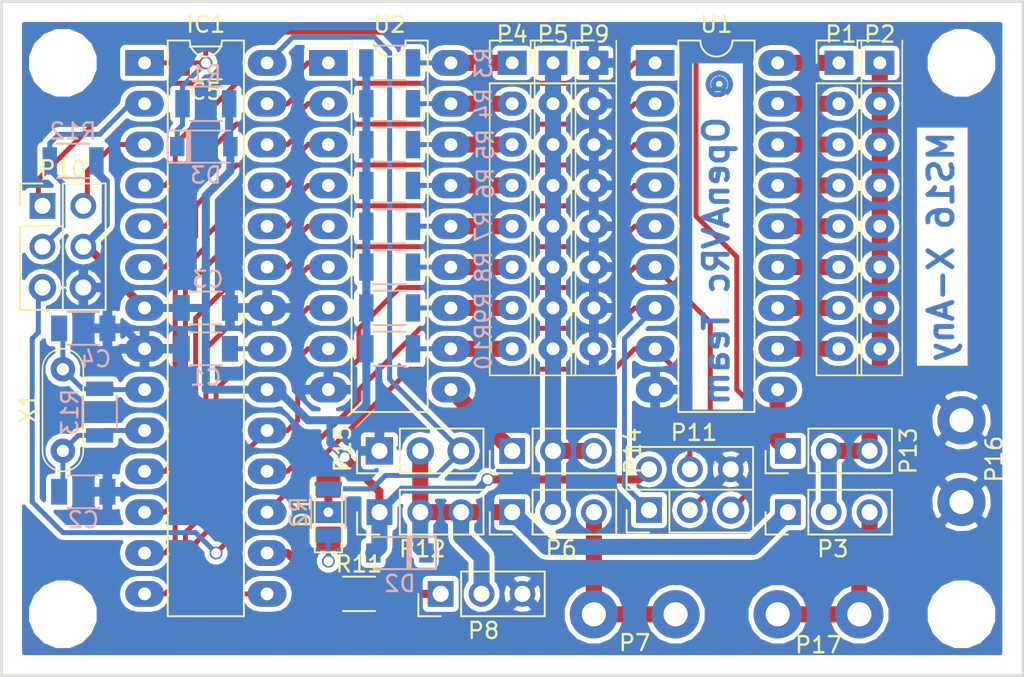
<source format=kicad_pcb>
(kicad_pcb (version 4) (host pcbnew 4.0.7)
  (title_block (title "Décodeur Ms16 X-Any") (date 2018-12-01) (rev 0.1) (company OpenAVRc))
  (layers (0 F.Cu signal) (31 B.Cu signal) (34 B.Paste user hide) (35 F.Paste user hide) (36 B.SilkS user hide) (37 F.SilkS user hide) (38 B.Mask user hide) (39 F.Mask user hide) (44 Edge.Cuts user))
  (net 0 "")
  (net 1 "Net-(C1-Pad1)")
  (net 2 GND)
  (net 3 "Net-(IC1-Pad15)")
  (net 4 "Net-(IC1-Pad17)")
  (net 5 "Net-(IC1-Pad4)")
  (net 6 "Net-(IC1-Pad18)")
  (net 7 "Net-(IC1-Pad5)")
  (net 8 "Net-(IC1-Pad19)")
  (net 9 "Net-(IC1-Pad6)")
  (net 10 +5V)
  (net 11 "Net-(IC1-Pad23)")
  (net 12 "Net-(IC1-Pad24)")
  (net 13 "Net-(IC1-Pad11)")
  (net 14 "Net-(IC1-Pad12)")
  (net 15 "Net-(IC1-Pad13)")
  (net 16 "Net-(IC1-Pad14)")
  (net 17 "Net-(P1-Pad1)")
  (net 18 "Net-(P1-Pad2)")
  (net 19 "Net-(P1-Pad3)")
  (net 20 "Net-(P1-Pad4)")
  (net 21 "Net-(P1-Pad5)")
  (net 22 "Net-(P1-Pad6)")
  (net 23 "Net-(P1-Pad7)")
  (net 24 "Net-(P1-Pad8)")
  (net 25 "Net-(C2-Pad1)")
  (net 26 "Net-(C4-Pad1)")
  (net 27 "Net-(IC1-Pad26)")
  (net 28 "Net-(IC1-Pad27)")
  (net 29 +12P)
  (net 30 "Net-(C5-Pad1)")
  (net 31 "Net-(IC1-Pad25)")
  (net 32 "Net-(IC1-Pad28)")
  (net 33 "Net-(P4-Pad1)")
  (net 34 "Net-(P4-Pad2)")
  (net 35 "Net-(P4-Pad3)")
  (net 36 "Net-(P4-Pad4)")
  (net 37 "Net-(P4-Pad5)")
  (net 38 "Net-(P4-Pad6)")
  (net 39 "Net-(P4-Pad7)")
  (net 40 "Net-(P4-Pad8)")
  (net 41 "Net-(C5-Pad2)")
  (net 42 "Net-(IC1-Pad2)")
  (net 43 "Net-(IC1-Pad3)")
  (net 44 "Net-(P14-Pad2)")
  (net 45 "Net-(P13-Pad1)")
  (net 46 "Net-(P14-Pad1)")
  (net 47 +12C)
  (net 48 "Net-(IC1-Pad16)")
  (net 49 "Net-(P8-Pad1)")
  (net 50 "Net-(P13-Pad2)")
  (net 51 +VRx)
  (net 52 "Net-(D1-Pad1)")
  (module mylib:D_SOD-123 (layer B.Cu) (at 158.115 104.14 180)
    (fp_text reference D2 (at 0 -1.905 180) (layer B.SilkS) (effects (justify mirror)))
    (fp_text value LL4148)
    (pad 1 smd rect (at -1.65 0 180) (size 0.9 1.2) (layers B.Cu B.Paste B.Mask) (net 51 +VRx))
    (pad 2 smd rect (at 1.65 0 180) (size 0.9 1.2) (layers B.Cu B.Paste B.Mask) (net 10 +5V))
  )
  (module mylib:Pin_Header_Straight_1x03_Pitch2.54mm (layer F.Cu) (at 182.245 97.79 90)
    (fp_text reference P13 (at 0 7.493 270) (layer F.SilkS))
    (fp_text value DIODE2)
    (pad 1 thru_hole rect (at 0 0 90) (size 1.6 1.6) (drill 1) (layers *.Cu *.Mask) (net 45 "Net-(P13-Pad1)"))
    (pad 2 thru_hole circle (at 0 2.54 90) (size 1.6 1.6) (drill 1) (layers *.Cu *.Mask) (net 50 "Net-(P13-Pad2)"))
    (pad 3 thru_hole circle (at 0 5.08 90) (size 1.6 1.6) (drill 1) (layers *.Cu *.Mask) (net 50 "Net-(P13-Pad2)"))
  )
  (module mylib:Pin_Header_Straight_1x03_Pitch2.54mm (layer F.Cu) (at 165.1 97.79 90)
    (fp_text reference P14 (at 0 7.493 270) (layer F.SilkS))
    (fp_text value DIODE1)
    (pad 1 thru_hole rect (at 0 0 90) (size 1.6 1.6) (drill 1) (layers *.Cu *.Mask) (net 46 "Net-(P14-Pad1)"))
    (pad 2 thru_hole circle (at 0 2.54 90) (size 1.6 1.6) (drill 1) (layers *.Cu *.Mask) (net 44 "Net-(P14-Pad2)"))
    (pad 3 thru_hole circle (at 0 5.08 90) (size 1.6 1.6) (drill 1) (layers *.Cu *.Mask) (net 44 "Net-(P14-Pad2)"))
  )
  (module mylib:Pin_Header_Straight_1x03_Pitch2.54mm (layer F.Cu) (at 156.845 101.6 90)
    (fp_text reference P12 (at -2.286 2.667 180) (layer F.SilkS))
    (fp_text value "+V = VRx / +V < VRx")
    (pad 1 thru_hole rect (at 0 0 90) (size 1.6 1.6) (drill 1) (layers *.Cu *.Mask) (net 10 +5V))
    (pad 2 thru_hole circle (at 0 2.54 90) (size 1.6 1.6) (drill 1) (layers *.Cu *.Mask) (net 51 +VRx))
    (pad 3 thru_hole circle (at 0 5.08 90) (size 1.6 1.6) (drill 1) (layers *.Cu *.Mask) (net 51 +VRx))
  )
  (module mylib:MountingHole_3.2mm_M3 (layer F.Cu) (at 137.16 107.95)
    (fp_text reference Fix1 (at 0 0.127) (layer F.SilkS))
    (fp_text value MountingHole_3.2mm_M3 hide)
    (pad 1 np_thru_hole circle (at 0 0) (size 3.2 3.2) (drill 3.2) (layers *.Cu *.Mask))
  )
  (module mylib:MountingHole_3.2mm_M3 (layer F.Cu) (at 137.16 73.66)
    (fp_text reference Fix1 (at 0.127 0) (layer F.SilkS))
    (fp_text value MountingHole_3.2mm_M3 hide)
    (pad 1 np_thru_hole circle (at 0 0) (size 3.2 3.2) (drill 3.2) (layers *.Cu *.Mask))
  )
  (module mylib:MountingHole_3.2mm_M3 (layer F.Cu) (at 193.04 73.66)
    (fp_text reference Fix1 (at 0 0) (layer F.SilkS))
    (fp_text value MountingHole_3.2mm_M3 hide)
    (pad 1 np_thru_hole circle (at 0 0) (size 3.2 3.2) (drill 3.2) (layers *.Cu *.Mask))
  )
  (module Pin_Header_Straight_1x03_Pitch2.54mm (layer F.Cu) (at 156.845 97.79 90)
    (fp_text reference P15 (at 0.127 -2.286 270) (layer F.SilkS))
    (fp_text value SERVO)
    (pad 1 thru_hole rect (at 0 0 90) (size 1.7 1.7) (drill 1) (layers *.Cu *.Mask) (net 2 GND))
    (pad 2 thru_hole oval (at 0 2.54 90) (size 1.7 1.7) (drill 1) (layers *.Cu *.Mask) (net 51 +VRx))
    (pad 3 thru_hole oval (at 0 5.08 90) (size 1.7 1.7) (drill 1) (layers *.Cu *.Mask) (net 32 "Net-(IC1-Pad28)"))
  )
  (module mylib:MountingHole_3.2mm_M3 (layer F.Cu) (at 193.04 107.95)
    (fp_text reference Fix1 (at 0 0.381) (layer F.SilkS))
    (fp_text value MountingHole_3.2mm_M3 hide)
    (pad 1 np_thru_hole circle (at 0 0) (size 3.2 3.2) (drill 3.2) (layers *.Cu *.Mask))
  )
  (module mylib:D_SOD-123 (layer B.Cu) (at 145.923 78.867)
    (fp_text reference D3 (at 0.127 1.778) (layer B.SilkS) (effects (justify mirror)))
    (fp_text value LL4148)
    (pad 1 smd rect (at -1.65 0) (size 0.9 1.2) (layers B.Cu B.Paste B.Mask) (net 30 "Net-(C5-Pad1)"))
    (pad 2 smd rect (at 1.65 0) (size 0.9 1.2) (layers B.Cu B.Paste B.Mask) (net 10 +5V))
  )
  (module mylib:C_1206 (layer B.Cu) (at 146.05 91.44 180)
    (fp_text reference C1 (at 0 -1.778 180) (layer B.SilkS) (effects (justify mirror)))
    (fp_text value 100nF)
    (pad 1 smd rect (at -1.5 0 180) (size 1 1.6) (layers B.Cu B.Paste B.Mask) (net 1 "Net-(C1-Pad1)"))
    (pad 2 smd rect (at 1.5 0 180) (size 1 1.6) (layers B.Cu B.Paste B.Mask) (net 2 GND))
  )
  (module mylib:C_1206 (layer B.Cu) (at 138.43 100.33)
    (fp_text reference C2 (at 0 1.75) (layer B.SilkS) (effects (justify mirror)))
    (fp_text value 22pF)
    (pad 1 smd rect (at -1.5 0) (size 1 1.6) (layers B.Cu B.Paste B.Mask) (net 25 "Net-(C2-Pad1)"))
    (pad 2 smd rect (at 1.5 0) (size 1 1.6) (layers B.Cu B.Paste B.Mask) (net 2 GND))
  )
  (module mylib:C_1206 (layer B.Cu) (at 146.05 88.9)
    (fp_text reference C3 (at 0.127 -1.778) (layer B.SilkS) (effects (justify mirror)))
    (fp_text value 100nF)
    (pad 1 smd rect (at -1.5 0) (size 1 1.6) (layers B.Cu B.Paste B.Mask) (net 10 +5V))
    (pad 2 smd rect (at 1.5 0) (size 1 1.6) (layers B.Cu B.Paste B.Mask) (net 2 GND))
  )
  (module mylib:C_1206 (layer B.Cu) (at 138.43 90.17)
    (fp_text reference C4 (at 0.762 1.905) (layer B.SilkS) (effects (justify mirror)))
    (fp_text value 22pF)
    (pad 1 smd rect (at -1.5 0) (size 1 1.6) (layers B.Cu B.Paste B.Mask) (net 26 "Net-(C4-Pad1)"))
    (pad 2 smd rect (at 1.5 0) (size 1 1.6) (layers B.Cu B.Paste B.Mask) (net 2 GND))
  )
  (module mylib:C_1206 (layer F.Cu) (at 146.05 73.66)
    (fp_text reference C5 (at 0 1.778) (layer F.SilkS))
    (fp_text value 100nF)
    (pad 1 smd rect (at -1.5 0) (size 1 1.6) (layers F.Cu F.Paste F.Mask) (net 30 "Net-(C5-Pad1)"))
    (pad 2 smd rect (at 1.5 0) (size 1 1.6) (layers F.Cu F.Paste F.Mask) (net 41 "Net-(C5-Pad2)"))
  )
  (module mylib:LED_1206 (layer F.Cu) (at 153.67 101.6 90)
    (fp_text reference D1 (at 0 -1.6 90) (layer F.SilkS))
    (fp_text value LED)
    (pad 2 smd rect (at 1.65 0 270) (size 1.5 1.5) (layers F.Cu F.Paste F.Mask) (net 2 GND))
    (pad 1 smd rect (at -1.65 0 270) (size 1.5 1.5) (layers F.Cu F.Paste F.Mask) (net 52 "Net-(D1-Pad1)"))
  )
  (module mylib:DIP-28_W7.62mm_LongPads (layer F.Cu) (at 142.24 73.66)
    (fp_text reference IC1 (at 3.81 -2.39) (layer F.SilkS))
    (fp_text value ATMEGA328-P)
    (pad 1 thru_hole rect (at 0 0) (size 2.4 1.6) (drill 0.8) (layers *.Cu *.Mask) (net 30 "Net-(C5-Pad1)"))
    (pad 15 thru_hole oval (at 7.62 33.02) (size 2.4 1.6) (drill 0.8) (layers *.Cu *.Mask) (net 3 "Net-(IC1-Pad15)"))
    (pad 2 thru_hole oval (at 0 2.54) (size 2.4 1.6) (drill 0.8) (layers *.Cu *.Mask) (net 42 "Net-(IC1-Pad2)"))
    (pad 16 thru_hole oval (at 7.62 30.48) (size 2.4 1.6) (drill 0.8) (layers *.Cu *.Mask) (net 48 "Net-(IC1-Pad16)"))
    (pad 3 thru_hole oval (at 0 5.08) (size 2.4 1.6) (drill 0.8) (layers *.Cu *.Mask) (net 43 "Net-(IC1-Pad3)"))
    (pad 17 thru_hole oval (at 7.62 27.94) (size 2.4 1.6) (drill 0.8) (layers *.Cu *.Mask) (net 4 "Net-(IC1-Pad17)"))
    (pad 4 thru_hole oval (at 0 7.62) (size 2.4 1.6) (drill 0.8) (layers *.Cu *.Mask) (net 5 "Net-(IC1-Pad4)"))
    (pad 18 thru_hole oval (at 7.62 25.4) (size 2.4 1.6) (drill 0.8) (layers *.Cu *.Mask) (net 6 "Net-(IC1-Pad18)"))
    (pad 5 thru_hole oval (at 0 10.16) (size 2.4 1.6) (drill 0.8) (layers *.Cu *.Mask) (net 7 "Net-(IC1-Pad5)"))
    (pad 19 thru_hole oval (at 7.62 22.86) (size 2.4 1.6) (drill 0.8) (layers *.Cu *.Mask) (net 8 "Net-(IC1-Pad19)"))
    (pad 6 thru_hole oval (at 0 12.7) (size 2.4 1.6) (drill 0.8) (layers *.Cu *.Mask) (net 9 "Net-(IC1-Pad6)"))
    (pad 20 thru_hole oval (at 7.62 20.32) (size 2.4 1.6) (drill 0.8) (layers *.Cu *.Mask) (net 10 +5V))
    (pad 7 thru_hole oval (at 0 15.24) (size 2.4 1.6) (drill 0.8) (layers *.Cu *.Mask) (net 10 +5V))
    (pad 21 thru_hole oval (at 7.62 17.78) (size 2.4 1.6) (drill 0.8) (layers *.Cu *.Mask) (net 1 "Net-(C1-Pad1)"))
    (pad 8 thru_hole oval (at 0 17.78) (size 2.4 1.6) (drill 0.8) (layers *.Cu *.Mask) (net 2 GND))
    (pad 22 thru_hole oval (at 7.62 15.24) (size 2.4 1.6) (drill 0.8) (layers *.Cu *.Mask) (net 2 GND))
    (pad 9 thru_hole oval (at 0 20.32) (size 2.4 1.6) (drill 0.8) (layers *.Cu *.Mask) (net 26 "Net-(C4-Pad1)"))
    (pad 23 thru_hole oval (at 7.62 12.7) (size 2.4 1.6) (drill 0.8) (layers *.Cu *.Mask) (net 11 "Net-(IC1-Pad23)"))
    (pad 10 thru_hole oval (at 0 22.86) (size 2.4 1.6) (drill 0.8) (layers *.Cu *.Mask) (net 25 "Net-(C2-Pad1)"))
    (pad 24 thru_hole oval (at 7.62 10.16) (size 2.4 1.6) (drill 0.8) (layers *.Cu *.Mask) (net 12 "Net-(IC1-Pad24)"))
    (pad 11 thru_hole oval (at 0 25.4) (size 2.4 1.6) (drill 0.8) (layers *.Cu *.Mask) (net 13 "Net-(IC1-Pad11)"))
    (pad 25 thru_hole oval (at 7.62 7.62) (size 2.4 1.6) (drill 0.8) (layers *.Cu *.Mask) (net 31 "Net-(IC1-Pad25)"))
    (pad 12 thru_hole oval (at 0 27.94) (size 2.4 1.6) (drill 0.8) (layers *.Cu *.Mask) (net 14 "Net-(IC1-Pad12)"))
    (pad 26 thru_hole oval (at 7.62 5.08) (size 2.4 1.6) (drill 0.8) (layers *.Cu *.Mask) (net 27 "Net-(IC1-Pad26)"))
    (pad 13 thru_hole oval (at 0 30.48) (size 2.4 1.6) (drill 0.8) (layers *.Cu *.Mask) (net 15 "Net-(IC1-Pad13)"))
    (pad 27 thru_hole oval (at 7.62 2.54) (size 2.4 1.6) (drill 0.8) (layers *.Cu *.Mask) (net 28 "Net-(IC1-Pad27)"))
    (pad 14 thru_hole oval (at 0 33.02) (size 2.4 1.6) (drill 0.8) (layers *.Cu *.Mask) (net 16 "Net-(IC1-Pad14)"))
    (pad 28 thru_hole oval (at 7.62 0) (size 2.4 1.6) (drill 0.8) (layers *.Cu *.Mask) (net 32 "Net-(IC1-Pad28)"))
  )
  (module mylib:Pin_Header_Straight_1x03_Pitch2.54mm (layer F.Cu) (at 182.245 101.6 90)
    (fp_text reference P3 (at -2.286 2.794 360) (layer F.SilkS))
    (fp_text value SEL_ALIM2)
    (pad 1 thru_hole rect (at 0 0 90) (size 1.6 1.6) (drill 1) (layers *.Cu *.Mask) (net 51 +VRx))
    (pad 2 thru_hole circle (at 0 2.54 90) (size 1.6 1.6) (drill 1) (layers *.Cu *.Mask) (net 50 "Net-(P13-Pad2)"))
    (pad 3 thru_hole circle (at 0 5.08 90) (size 1.6 1.6) (drill 1) (layers *.Cu *.Mask) (net 29 +12P))
  )
  (module mylib:Pin_Header_Straight_1x03_Pitch2.54mm (layer F.Cu) (at 165.1 101.6 90)
    (fp_text reference P6 (at -2.286 3.048 360) (layer F.SilkS))
    (fp_text value SEL_ALIM1)
    (pad 1 thru_hole rect (at 0 0 90) (size 1.6 1.6) (drill 1) (layers *.Cu *.Mask) (net 51 +VRx))
    (pad 2 thru_hole circle (at 0 2.54 90) (size 1.6 1.6) (drill 1) (layers *.Cu *.Mask) (net 44 "Net-(P14-Pad2)"))
    (pad 3 thru_hole circle (at 0 5.08 90) (size 1.6 1.6) (drill 1) (layers *.Cu *.Mask) (net 47 +12C))
  )
  (module mylib:Faston_V-5_08 (layer F.Cu) (at 172.72 107.95)
    (fp_text reference P7 (at 0 1.778) (layer F.SilkS))
    (fp_text value VExt1)
    (pad 2 thru_hole circle (at 2.54 0) (size 3 3) (drill 1.5) (layers *.Cu *.Mask) (net 47 +12C))
    (pad 1 thru_hole circle (at -2.54 0) (size 3 3) (drill 1.5) (layers *.Cu *.Mask) (net 47 +12C))
  )
  (module mylib:Pin_Header_Straight_1x03_Pitch2.54mm (layer F.Cu) (at 160.655 106.68 90)
    (fp_text reference P8 (at -2.286 2.667 360) (layer F.SilkS))
    (fp_text value XANY_INPUT)
    (pad 1 thru_hole rect (at 0 0 90) (size 1.6 1.6) (drill 1) (layers *.Cu *.Mask) (net 49 "Net-(P8-Pad1)"))
    (pad 2 thru_hole circle (at 0 2.54 90) (size 1.6 1.6) (drill 1) (layers *.Cu *.Mask) (net 51 +VRx))
    (pad 3 thru_hole circle (at 0 5.08 90) (size 1.6 1.6) (drill 1) (layers *.Cu *.Mask) (net 2 GND))
  )
  (module mylib:Pin_Header_Straight_2x03_Pitch2.54mm (layer F.Cu) (at 135.89 82.55)
    (fp_text reference P10 (at 1.27 -2.286 180) (layer F.SilkS))
    (fp_text value FTDI)
    (pad 1 thru_hole rect (at 0 0) (size 1.6 1.6) (drill 1) (layers *.Cu *.Mask) (net 41 "Net-(C5-Pad2)"))
    (pad 2 thru_hole oval (at 2.54 0) (size 1.6 1.6) (drill 1) (layers *.Cu *.Mask) (net 43 "Net-(IC1-Pad3)"))
    (pad 3 thru_hole oval (at 0 2.54) (size 1.6 1.6) (drill 1) (layers *.Cu *.Mask) (net 42 "Net-(IC1-Pad2)"))
    (pad 4 thru_hole oval (at 2.54 2.54) (size 1.6 1.6) (drill 1) (layers *.Cu *.Mask) (net 10 +5V))
    (pad 5 thru_hole oval (at 0 5.08) (size 1.7 1.7) (drill 1) (layers *.Cu *.Mask) (net 8 "Net-(IC1-Pad19)"))
    (pad 6 thru_hole oval (at 2.54 5.08) (size 1.7 1.7) (drill 1) (layers *.Cu *.Mask) (net 2 GND))
  )
  (module mylib:Pin_Header_Straight_2x03_Pitch2.54mm (layer F.Cu) (at 173.609 101.473 90)
    (fp_text reference P11 (at 4.826 2.794 180) (layer F.SilkS))
    (fp_text value ICSP)
    (pad 1 thru_hole rect (at 0 0 90) (size 1.6 1.6) (drill 1) (layers *.Cu *.Mask) (net 6 "Net-(IC1-Pad18)"))
    (pad 2 thru_hole oval (at 2.54 0 90) (size 1.6 1.6) (drill 1) (layers *.Cu *.Mask) (net 10 +5V))
    (pad 3 thru_hole oval (at 0 2.54 90) (size 1.6 1.6) (drill 1) (layers *.Cu *.Mask) (net 8 "Net-(IC1-Pad19)"))
    (pad 4 thru_hole circle (at 2.54 2.54 90) (size 1.6 1.6) (drill 1) (layers *.Cu *.Mask) (net 4 "Net-(IC1-Pad17)"))
    (pad 5 thru_hole oval (at 0 5.08 90) (size 1.7 1.7) (drill 1) (layers *.Cu *.Mask) (net 30 "Net-(C5-Pad1)"))
    (pad 6 thru_hole circle (at 2.54 5.08 90) (size 1.6 1.6) (drill 1) (layers *.Cu *.Mask) (net 2 GND))
  )
  (module mylib:Faston_V-5_08 (layer F.Cu) (at 193.04 98.425 90)
    (fp_text reference P16 (at 0.127 2.032 90) (layer F.SilkS))
    (fp_text value GND_EXT)
    (pad 2 thru_hole circle (at 2.54 0 90) (size 3 3) (drill 1.5) (layers *.Cu *.Mask) (net 2 GND))
    (pad 1 thru_hole circle (at -2.54 0 90) (size 3 3) (drill 1.5) (layers *.Cu *.Mask) (net 2 GND))
  )
  (module mylib:Faston_V-5_08 (layer F.Cu) (at 184.15 107.95)
    (fp_text reference P17 (at 0 1.905) (layer F.SilkS))
    (fp_text value VExt2)
    (pad 2 thru_hole circle (at 2.54 0) (size 3 3) (drill 1.5) (layers *.Cu *.Mask) (net 29 +12P))
    (pad 1 thru_hole circle (at -2.54 0) (size 3 3) (drill 1.5) (layers *.Cu *.Mask) (net 29 +12P))
  )
  (module mylib:R_1206 (layer B.Cu) (at 146.05 76.2 180)
    (fp_text reference R1 (at 0 1.85 180) (layer B.SilkS) (effects (justify mirror)))
    (fp_text value 10K)
    (pad 1 smd rect (at -1.45 0 180) (size 0.9 1.7) (layers B.Cu B.Paste B.Mask) (net 10 +5V))
    (pad 2 smd rect (at 1.45 0 180) (size 0.9 1.7) (layers B.Cu B.Paste B.Mask) (net 30 "Net-(C5-Pad1)"))
  )
  (module mylib:R_1206 (layer B.Cu) (at 153.67 101.6 270)
    (fp_text reference R2 (at 0 1.85 270) (layer B.SilkS) (effects (justify mirror)))
    (fp_text value 330)
    (pad 1 smd rect (at -1.45 0 270) (size 0.9 1.7) (layers B.Cu B.Paste B.Mask) (net 32 "Net-(IC1-Pad28)"))
    (pad 2 smd rect (at 1.45 0 270) (size 0.9 1.7) (layers B.Cu B.Paste B.Mask) (net 52 "Net-(D1-Pad1)"))
  )
  (module mylib:R_1206 (layer B.Cu) (at 157.48 73.66 180)
    (fp_text reference R3 (at -5.842 0 270) (layer B.SilkS) (effects (justify mirror)))
    (fp_text value 10K hide)
    (pad 1 smd rect (at -1.45 0 180) (size 0.9 1.7) (layers B.Cu B.Paste B.Mask) (net 33 "Net-(P4-Pad1)"))
    (pad 2 smd rect (at 1.45 0 180) (size 0.9 1.7) (layers B.Cu B.Paste B.Mask) (net 10 +5V))
  )
  (module mylib:R_1206 (layer B.Cu) (at 157.48 76.2 180)
    (fp_text reference R4 (at -5.842 0 450) (layer B.SilkS) (effects (justify mirror)))
    (fp_text value 10K hide)
    (pad 1 smd rect (at -1.45 0 180) (size 0.9 1.7) (layers B.Cu B.Paste B.Mask) (net 34 "Net-(P4-Pad2)"))
    (pad 2 smd rect (at 1.45 0 180) (size 0.9 1.7) (layers B.Cu B.Paste B.Mask) (net 10 +5V))
  )
  (module mylib:R_1206 (layer B.Cu) (at 157.48 78.74 180)
    (fp_text reference R5 (at -5.969 0 270) (layer B.SilkS) (effects (justify mirror)))
    (fp_text value 10K hide)
    (pad 1 smd rect (at -1.45 0 180) (size 0.9 1.7) (layers B.Cu B.Paste B.Mask) (net 35 "Net-(P4-Pad3)"))
    (pad 2 smd rect (at 1.45 0 180) (size 0.9 1.7) (layers B.Cu B.Paste B.Mask) (net 10 +5V))
  )
  (module mylib:R_1206 (layer B.Cu) (at 157.48 81.28 180)
    (fp_text reference R6 (at -5.969 0.127 270) (layer B.SilkS) (effects (justify mirror)))
    (fp_text value 10K hide)
    (pad 1 smd rect (at -1.45 0 180) (size 0.9 1.7) (layers B.Cu B.Paste B.Mask) (net 36 "Net-(P4-Pad4)"))
    (pad 2 smd rect (at 1.45 0 180) (size 0.9 1.7) (layers B.Cu B.Paste B.Mask) (net 10 +5V))
  )
  (module mylib:R_1206 (layer B.Cu) (at 157.48 83.82 180)
    (fp_text reference R7 (at -5.842 0 450) (layer B.SilkS) (effects (justify mirror)))
    (fp_text value 10K hide)
    (pad 1 smd rect (at -1.45 0 180) (size 0.9 1.7) (layers B.Cu B.Paste B.Mask) (net 37 "Net-(P4-Pad5)"))
    (pad 2 smd rect (at 1.45 0 180) (size 0.9 1.7) (layers B.Cu B.Paste B.Mask) (net 10 +5V))
  )
  (module mylib:R_1206 (layer B.Cu) (at 157.48 86.36 180)
    (fp_text reference R8 (at -5.842 0 270) (layer B.SilkS) (effects (justify mirror)))
    (fp_text value 10K hide)
    (pad 1 smd rect (at -1.45 0 180) (size 0.9 1.7) (layers B.Cu B.Paste B.Mask) (net 38 "Net-(P4-Pad6)"))
    (pad 2 smd rect (at 1.45 0 180) (size 0.9 1.7) (layers B.Cu B.Paste B.Mask) (net 10 +5V))
  )
  (module mylib:R_1206 (layer B.Cu) (at 157.48 88.9 180)
    (fp_text reference R9 (at -5.842 0 270) (layer B.SilkS) (effects (justify mirror)))
    (fp_text value 10K hide)
    (pad 1 smd rect (at -1.45 0 180) (size 0.9 1.7) (layers B.Cu B.Paste B.Mask) (net 39 "Net-(P4-Pad7)"))
    (pad 2 smd rect (at 1.45 0 180) (size 0.9 1.7) (layers B.Cu B.Paste B.Mask) (net 10 +5V))
  )
  (module mylib:R_1206 (layer B.Cu) (at 157.48 91.44 180)
    (fp_text reference R10 (at -5.842 0.127 270) (layer B.SilkS) (effects (justify mirror)))
    (fp_text value 10K hide)
    (pad 1 smd rect (at -1.45 0 180) (size 0.9 1.7) (layers B.Cu B.Paste B.Mask) (net 40 "Net-(P4-Pad8)"))
    (pad 2 smd rect (at 1.45 0 180) (size 0.9 1.7) (layers B.Cu B.Paste B.Mask) (net 10 +5V))
  )
  (module mylib:R_1206 (layer F.Cu) (at 155.575 106.68)
    (fp_text reference R11 (at 0 -1.85) (layer F.SilkS))
    (fp_text value 1K)
    (pad 1 smd rect (at -1.45 0) (size 0.9 1.7) (layers F.Cu F.Paste F.Mask) (net 48 "Net-(IC1-Pad16)"))
    (pad 2 smd rect (at 1.45 0) (size 0.9 1.7) (layers F.Cu F.Paste F.Mask) (net 49 "Net-(P8-Pad1)"))
  )
  (module mylib:DIP-18_W7.62mm_LongPads (layer F.Cu) (at 173.99 73.66)
    (fp_text reference U1 (at 3.81 -2.39) (layer F.SilkS))
    (fp_text value ULN2803)
    (pad 1 thru_hole rect (at 0 0) (size 2.4 1.6) (drill 0.8) (layers *.Cu *.Mask) (net 28 "Net-(IC1-Pad27)"))
    (pad 10 thru_hole oval (at 7.62 20.32) (size 2.4 1.6) (drill 0.8) (layers *.Cu *.Mask) (net 45 "Net-(P13-Pad1)"))
    (pad 2 thru_hole oval (at 0 2.54) (size 2.4 1.6) (drill 0.8) (layers *.Cu *.Mask) (net 27 "Net-(IC1-Pad26)"))
    (pad 11 thru_hole oval (at 7.62 17.78) (size 2.4 1.6) (drill 0.8) (layers *.Cu *.Mask) (net 24 "Net-(P1-Pad8)"))
    (pad 3 thru_hole oval (at 0 5.08) (size 2.4 1.6) (drill 0.8) (layers *.Cu *.Mask) (net 31 "Net-(IC1-Pad25)"))
    (pad 12 thru_hole oval (at 7.62 15.24) (size 2.4 1.6) (drill 0.8) (layers *.Cu *.Mask) (net 23 "Net-(P1-Pad7)"))
    (pad 4 thru_hole oval (at 0 7.62) (size 2.4 1.6) (drill 0.8) (layers *.Cu *.Mask) (net 12 "Net-(IC1-Pad24)"))
    (pad 13 thru_hole oval (at 7.62 12.7) (size 2.4 1.6) (drill 0.8) (layers *.Cu *.Mask) (net 22 "Net-(P1-Pad6)"))
    (pad 5 thru_hole oval (at 0 10.16) (size 2.4 1.6) (drill 0.8) (layers *.Cu *.Mask) (net 11 "Net-(IC1-Pad23)"))
    (pad 14 thru_hole oval (at 7.62 10.16) (size 2.4 1.6) (drill 0.8) (layers *.Cu *.Mask) (net 21 "Net-(P1-Pad5)"))
    (pad 6 thru_hole oval (at 0 12.7) (size 2.4 1.6) (drill 0.8) (layers *.Cu *.Mask) (net 8 "Net-(IC1-Pad19)"))
    (pad 15 thru_hole oval (at 7.62 7.62) (size 2.4 1.6) (drill 0.8) (layers *.Cu *.Mask) (net 20 "Net-(P1-Pad4)"))
    (pad 7 thru_hole oval (at 0 15.24) (size 2.4 1.6) (drill 0.8) (layers *.Cu *.Mask) (net 6 "Net-(IC1-Pad18)"))
    (pad 16 thru_hole oval (at 7.62 5.08) (size 2.4 1.6) (drill 0.8) (layers *.Cu *.Mask) (net 19 "Net-(P1-Pad3)"))
    (pad 8 thru_hole oval (at 0 17.78) (size 2.4 1.6) (drill 0.8) (layers *.Cu *.Mask) (net 4 "Net-(IC1-Pad17)"))
    (pad 17 thru_hole oval (at 7.62 2.54) (size 2.4 1.6) (drill 0.8) (layers *.Cu *.Mask) (net 18 "Net-(P1-Pad2)"))
    (pad 9 thru_hole oval (at 0 20.32) (size 2.4 1.6) (drill 0.8) (layers *.Cu *.Mask) (net 2 GND))
    (pad 18 thru_hole oval (at 7.62 0) (size 2.4 1.6) (drill 0.8) (layers *.Cu *.Mask) (net 17 "Net-(P1-Pad1)"))
  )
  (module mylib:DIP-18_W7.62mm_LongPads (layer F.Cu) (at 153.67 73.66)
    (fp_text reference U2 (at 3.81 -2.39) (layer F.SilkS))
    (fp_text value ULN2803)
    (pad 1 thru_hole rect (at 0 0) (size 2.4 1.6) (drill 0.8) (layers *.Cu *.Mask) (net 5 "Net-(IC1-Pad4)"))
    (pad 10 thru_hole oval (at 7.62 20.32) (size 2.4 1.6) (drill 0.8) (layers *.Cu *.Mask) (net 46 "Net-(P14-Pad1)"))
    (pad 2 thru_hole oval (at 0 2.54) (size 2.4 1.6) (drill 0.8) (layers *.Cu *.Mask) (net 7 "Net-(IC1-Pad5)"))
    (pad 11 thru_hole oval (at 7.62 17.78) (size 2.4 1.6) (drill 0.8) (layers *.Cu *.Mask) (net 40 "Net-(P4-Pad8)"))
    (pad 3 thru_hole oval (at 0 5.08) (size 2.4 1.6) (drill 0.8) (layers *.Cu *.Mask) (net 9 "Net-(IC1-Pad6)"))
    (pad 12 thru_hole oval (at 7.62 15.24) (size 2.4 1.6) (drill 0.8) (layers *.Cu *.Mask) (net 39 "Net-(P4-Pad7)"))
    (pad 4 thru_hole oval (at 0 7.62) (size 2.4 1.6) (drill 0.8) (layers *.Cu *.Mask) (net 13 "Net-(IC1-Pad11)"))
    (pad 13 thru_hole oval (at 7.62 12.7) (size 2.4 1.6) (drill 0.8) (layers *.Cu *.Mask) (net 38 "Net-(P4-Pad6)"))
    (pad 5 thru_hole oval (at 0 10.16) (size 2.4 1.6) (drill 0.8) (layers *.Cu *.Mask) (net 14 "Net-(IC1-Pad12)"))
    (pad 14 thru_hole oval (at 7.62 10.16) (size 2.4 1.6) (drill 0.8) (layers *.Cu *.Mask) (net 37 "Net-(P4-Pad5)"))
    (pad 6 thru_hole oval (at 0 12.7) (size 2.4 1.6) (drill 0.8) (layers *.Cu *.Mask) (net 15 "Net-(IC1-Pad13)"))
    (pad 15 thru_hole oval (at 7.62 7.62) (size 2.4 1.6) (drill 0.8) (layers *.Cu *.Mask) (net 36 "Net-(P4-Pad4)"))
    (pad 7 thru_hole oval (at 0 15.24) (size 2.4 1.6) (drill 0.8) (layers *.Cu *.Mask) (net 16 "Net-(IC1-Pad14)"))
    (pad 16 thru_hole oval (at 7.62 5.08) (size 2.4 1.6) (drill 0.8) (layers *.Cu *.Mask) (net 35 "Net-(P4-Pad3)"))
    (pad 8 thru_hole oval (at 0 17.78) (size 2.4 1.6) (drill 0.8) (layers *.Cu *.Mask) (net 3 "Net-(IC1-Pad15)"))
    (pad 17 thru_hole oval (at 7.62 2.54) (size 2.4 1.6) (drill 0.8) (layers *.Cu *.Mask) (net 34 "Net-(P4-Pad2)"))
    (pad 9 thru_hole oval (at 0 20.32) (size 2.4 1.6) (drill 0.8) (layers *.Cu *.Mask) (net 2 GND))
    (pad 18 thru_hole oval (at 7.62 0) (size 2.4 1.6) (drill 0.8) (layers *.Cu *.Mask) (net 33 "Net-(P4-Pad1)"))
  )
  (module mylib:HC-39 (layer F.Cu) (at 137.16 95.25 270)
    (fp_text reference X1 (at -0.127 2.159 270) (layer F.SilkS))
    (fp_text value 16Mhz)
    (pad 1 thru_hole circle (at -2.54 0 270) (size 1.524 1.524) (drill 0.762) (layers *.Cu *.Mask) (net 26 "Net-(C4-Pad1)"))
    (pad 2 thru_hole circle (at 2.54 0 270) (size 1.524 1.524) (drill 0.762) (layers *.Cu *.Mask) (net 25 "Net-(C2-Pad1)"))
  )
  (module mylib:Pin_Header_Straight_1x08_Pitch2.54mm (layer F.Cu) (at 185.42 73.66)
    (fp_text reference P1 (at 0.127 -1.778) (layer F.SilkS))
    (fp_text value OUTPUT_9-16)
    (pad 1 thru_hole rect (at 0 0) (size 1.8 1.5) (drill 0.8) (layers *.Cu *.Mask) (net 17 "Net-(P1-Pad1)"))
    (pad 2 thru_hole oval (at 0 2.54) (size 1.8 1.5) (drill 0.8) (layers *.Cu *.Mask) (net 18 "Net-(P1-Pad2)"))
    (pad 3 thru_hole oval (at 0 5.08) (size 1.8 1.5) (drill 0.8) (layers *.Cu *.Mask) (net 19 "Net-(P1-Pad3)"))
    (pad 4 thru_hole oval (at 0 7.62) (size 1.8 1.5) (drill 0.8) (layers *.Cu *.Mask) (net 20 "Net-(P1-Pad4)"))
    (pad 5 thru_hole oval (at 0 10.16) (size 1.8 1.5) (drill 0.8) (layers *.Cu *.Mask) (net 21 "Net-(P1-Pad5)"))
    (pad 6 thru_hole oval (at 0 12.7) (size 1.8 1.5) (drill 0.8) (layers *.Cu *.Mask) (net 22 "Net-(P1-Pad6)"))
    (pad 7 thru_hole oval (at 0 15.24) (size 1.8 1.5) (drill 0.8) (layers *.Cu *.Mask) (net 23 "Net-(P1-Pad7)"))
    (pad 8 thru_hole oval (at 0 17.78) (size 1.8 1.5) (drill 0.8) (layers *.Cu *.Mask) (net 24 "Net-(P1-Pad8)"))
  )
  (module mylib:Pin_Header_Straight_1x08_Pitch2.54mm (layer F.Cu) (at 187.96 73.66)
    (fp_text reference P2 (at 0 -1.778) (layer F.SilkS))
    (fp_text value OUTPUT_9-16_ALIM)
    (pad 1 thru_hole rect (at 0 0) (size 1.8 1.5) (drill 0.8) (layers *.Cu *.Mask) (net 50 "Net-(P13-Pad2)"))
    (pad 2 thru_hole oval (at 0 2.54) (size 1.8 1.5) (drill 0.8) (layers *.Cu *.Mask) (net 50 "Net-(P13-Pad2)"))
    (pad 3 thru_hole oval (at 0 5.08) (size 1.8 1.5) (drill 0.8) (layers *.Cu *.Mask) (net 50 "Net-(P13-Pad2)"))
    (pad 4 thru_hole oval (at 0 7.62) (size 1.8 1.5) (drill 0.8) (layers *.Cu *.Mask) (net 50 "Net-(P13-Pad2)"))
    (pad 5 thru_hole oval (at 0 10.16) (size 1.8 1.5) (drill 0.8) (layers *.Cu *.Mask) (net 50 "Net-(P13-Pad2)"))
    (pad 6 thru_hole oval (at 0 12.7) (size 1.8 1.5) (drill 0.8) (layers *.Cu *.Mask) (net 50 "Net-(P13-Pad2)"))
    (pad 7 thru_hole oval (at 0 15.24) (size 1.8 1.5) (drill 0.8) (layers *.Cu *.Mask) (net 50 "Net-(P13-Pad2)"))
    (pad 8 thru_hole oval (at 0 17.78) (size 1.8 1.5) (drill 0.8) (layers *.Cu *.Mask) (net 50 "Net-(P13-Pad2)"))
  )
  (module mylib:Pin_Header_Straight_1x08_Pitch2.54mm (layer F.Cu) (at 165.1 73.66)
    (fp_text reference P4 (at 0 -1.778) (layer F.SilkS))
    (fp_text value OUTPUT_1-8)
    (pad 1 thru_hole rect (at 0 0) (size 1.8 1.5) (drill 0.8) (layers *.Cu *.Mask) (net 33 "Net-(P4-Pad1)"))
    (pad 2 thru_hole oval (at 0 2.54) (size 1.8 1.5) (drill 0.8) (layers *.Cu *.Mask) (net 34 "Net-(P4-Pad2)"))
    (pad 3 thru_hole oval (at 0 5.08) (size 1.8 1.5) (drill 0.8) (layers *.Cu *.Mask) (net 35 "Net-(P4-Pad3)"))
    (pad 4 thru_hole oval (at 0 7.62) (size 1.8 1.5) (drill 0.8) (layers *.Cu *.Mask) (net 36 "Net-(P4-Pad4)"))
    (pad 5 thru_hole oval (at 0 10.16) (size 1.8 1.5) (drill 0.8) (layers *.Cu *.Mask) (net 37 "Net-(P4-Pad5)"))
    (pad 6 thru_hole oval (at 0 12.7) (size 1.8 1.5) (drill 0.8) (layers *.Cu *.Mask) (net 38 "Net-(P4-Pad6)"))
    (pad 7 thru_hole oval (at 0 15.24) (size 1.8 1.5) (drill 0.8) (layers *.Cu *.Mask) (net 39 "Net-(P4-Pad7)"))
    (pad 8 thru_hole oval (at 0 17.78) (size 1.8 1.5) (drill 0.8) (layers *.Cu *.Mask) (net 40 "Net-(P4-Pad8)"))
  )
  (module mylib:Pin_Header_Straight_1x08_Pitch2.54mm (layer F.Cu) (at 167.64 73.66)
    (fp_text reference P5 (at 0 -1.778) (layer F.SilkS))
    (fp_text value OUTPUT_1-8_ALIM)
    (pad 1 thru_hole rect (at 0 0) (size 1.8 1.5) (drill 0.8) (layers *.Cu *.Mask) (net 44 "Net-(P14-Pad2)"))
    (pad 2 thru_hole oval (at 0 2.54) (size 1.8 1.5) (drill 0.8) (layers *.Cu *.Mask) (net 44 "Net-(P14-Pad2)"))
    (pad 3 thru_hole oval (at 0 5.08) (size 1.8 1.5) (drill 0.8) (layers *.Cu *.Mask) (net 44 "Net-(P14-Pad2)"))
    (pad 4 thru_hole oval (at 0 7.62) (size 1.8 1.5) (drill 0.8) (layers *.Cu *.Mask) (net 44 "Net-(P14-Pad2)"))
    (pad 5 thru_hole oval (at 0 10.16) (size 1.8 1.5) (drill 0.8) (layers *.Cu *.Mask) (net 44 "Net-(P14-Pad2)"))
    (pad 6 thru_hole oval (at 0 12.7) (size 1.8 1.5) (drill 0.8) (layers *.Cu *.Mask) (net 44 "Net-(P14-Pad2)"))
    (pad 7 thru_hole oval (at 0 15.24) (size 1.8 1.5) (drill 0.8) (layers *.Cu *.Mask) (net 44 "Net-(P14-Pad2)"))
    (pad 8 thru_hole oval (at 0 17.78) (size 1.8 1.5) (drill 0.8) (layers *.Cu *.Mask) (net 44 "Net-(P14-Pad2)"))
  )
  (module mylib:Pin_Header_Straight_1x08_Pitch2.54mm (layer F.Cu) (at 170.18 73.66)
    (fp_text reference P9 (at 0 -1.778) (layer F.SilkS))
    (fp_text value OUTPUT_1-8_GND)
    (pad 1 thru_hole rect (at 0 0) (size 1.8 1.5) (drill 0.8) (layers *.Cu *.Mask) (net 2 GND))
    (pad 2 thru_hole oval (at 0 2.54) (size 1.8 1.5) (drill 0.8) (layers *.Cu *.Mask) (net 2 GND))
    (pad 3 thru_hole oval (at 0 5.08) (size 1.8 1.5) (drill 0.8) (layers *.Cu *.Mask) (net 2 GND))
    (pad 4 thru_hole oval (at 0 7.62) (size 1.8 1.5) (drill 0.8) (layers *.Cu *.Mask) (net 2 GND))
    (pad 5 thru_hole oval (at 0 10.16) (size 1.8 1.5) (drill 0.8) (layers *.Cu *.Mask) (net 2 GND))
    (pad 6 thru_hole oval (at 0 12.7) (size 1.8 1.5) (drill 0.8) (layers *.Cu *.Mask) (net 2 GND))
    (pad 7 thru_hole oval (at 0 15.24) (size 1.8 1.5) (drill 0.8) (layers *.Cu *.Mask) (net 2 GND))
    (pad 8 thru_hole oval (at 0 17.78) (size 1.8 1.5) (drill 0.8) (layers *.Cu *.Mask) (net 2 GND))
  )
  (module mylib:R_1206 (layer B.Cu) (at 137.795 79.756 180)
    (fp_text reference R12 (at 0 1.85 180) (layer B.SilkS) (effects (justify mirror)))
    (fp_text value 10K)
    (pad 1 smd rect (at -1.45 0 180) (size 0.9 1.7) (layers B.Cu B.Paste B.Mask) (net 10 +5V))
    (pad 2 smd rect (at 1.45 0 180) (size 0.9 1.7) (layers B.Cu B.Paste B.Mask) (net 42 "Net-(IC1-Pad2)"))
  )
  (module mylib:R_1206 (layer B.Cu) (at 139.446 95.377 270)
    (fp_text reference R13 (at 0 1.85 270) (layer B.SilkS) (effects (justify mirror)))
    (fp_text value 1M)
    (pad 1 smd rect (at -1.45 0 270) (size 0.9 1.7) (layers B.Cu B.Paste B.Mask) (net 26 "Net-(C4-Pad1)"))
    (pad 2 smd rect (at 1.45 0 270) (size 0.9 1.7) (layers B.Cu B.Paste B.Mask) (net 25 "Net-(C2-Pad1)"))
  )
  (gr_line (start 196.85 69.85) (end 196.85 111.76) (angle 90) (layer Edge.Cuts) (width 0.15))
  (gr_line (start 133.35 69.85) (end 196.85 69.85) (angle 90) (layer Edge.Cuts) (width 0.15))
  (gr_line (start 133.35 111.76) (end 133.35 69.85) (angle 90) (layer Edge.Cuts) (width 0.15))
  (gr_line (start 196.85 111.76) (end 133.35 111.76) (angle 90) (layer Edge.Cuts) (width 0.15))
  (gr_line (start 158.75 105.029) (end 158.75 103.251) (angle 90) (layer B.SilkS) (width 0.2))
  (gr_line (start 158.623 105.029) (end 158.623 103.251) (angle 90) (layer B.SilkS) (width 0.2))
  (gr_line (start 145.034 77.978) (end 145.034 79.756) (angle 90) (layer B.SilkS) (width 0.2))
  (gr_line (start 144.907 77.978) (end 144.907 79.756) (angle 90) (layer B.SilkS) (width 0.2))
  (gr_text "MS16 X-Any" (at 191.77 85.09 90) (layer B.Cu) (effects (font (size 1.5 1.5) (thickness 0.3)) (justify mirror)))
  (gr_text "@ OpenAVRc Team" (at 177.8 84.455 90) (layer B.Cu) (effects (font (size 1.5 1.5) (thickness 0.3)) (justify mirror)))
  (segment (start 147.55 91.44) (end 149.86 91.44) (width 0.31) (layer B.Cu) (net 1))
  (segment (start 153.67 99.95) (end 153.67 101.6) (width 0.5) (layer F.Cu) (net 2))
  (via (at 153.67 101.6) (size 0.8) (drill 0.6) (layers F.Cu B.Cu) (net 2))
  (segment (start 142.24 91.44) (end 140.97 91.44) (width 0.5) (layer B.Cu) (net 2))
  (segment (start 140.97 90.17) (end 139.93 90.17) (width 0.5) (layer B.Cu) (net 2))
  (segment (start 142.24 91.44) (end 140.97 90.17) (width 0.5) (layer B.Cu) (net 2))
  (segment (start 144.55 91.44) (end 142.24 91.44) (width 0.5) (layer B.Cu) (net 2))
  (segment (start 147.55 88.9) (end 149.86 88.9) (width 0.5) (layer B.Cu) (net 2))
  (segment (start 153.67 91.44) (end 152.4 91.44) (width 0.31) (layer F.Cu) (net 3))
  (segment (start 152.4 91.44) (end 151.13 92.71) (width 0.31) (layer F.Cu) (net 3))
  (segment (start 146.685 102.235) (end 145.415 103.505) (width 0.31) (layer F.Cu) (net 3))
  (segment (start 146.685 106.68) (end 147.955 106.68) (width 0.31) (layer F.Cu) (net 3))
  (segment (start 145.415 105.41) (end 146.685 106.68) (width 0.31) (layer F.Cu) (net 3))
  (segment (start 145.415 103.505) (end 145.415 105.41) (width 0.31) (layer F.Cu) (net 3))
  (segment (start 147.955 106.68) (end 149.86 106.68) (width 0.31) (layer F.Cu) (net 3))
  (segment (start 146.685 93.98) (end 146.685 102.235) (width 0.31) (layer F.Cu) (net 3))
  (segment (start 147.955 92.71) (end 146.685 93.98) (width 0.31) (layer F.Cu) (net 3))
  (segment (start 151.13 92.71) (end 147.955 92.71) (width 0.31) (layer F.Cu) (net 3))
  (segment (start 176.149 98.933) (end 176.149 93.599) (width 0.31) (layer F.Cu) (net 4))
  (segment (start 176.149 93.599) (end 173.99 91.44) (width 0.31) (layer F.Cu) (net 4))
  (segment (start 176.276 98.425) (end 176.022 98.171) (width 0.31) (layer F.Cu) (net 4))
  (segment (start 176.149 98.933) (end 176.276 98.425) (width 0.31) (layer F.Cu) (net 4))
  (segment (start 156.845 94.615) (end 151.13 100.33) (width 0.31) (layer F.Cu) (net 4))
  (segment (start 172.72 91.44) (end 171.45 92.71) (width 0.31) (layer F.Cu) (net 4))
  (segment (start 171.45 92.71) (end 158.75 92.71) (width 0.31) (layer F.Cu) (net 4))
  (segment (start 158.75 92.71) (end 156.845 94.615) (width 0.31) (layer F.Cu) (net 4))
  (segment (start 173.99 91.44) (end 172.72 91.44) (width 0.31) (layer F.Cu) (net 4))
  (segment (start 151.13 100.33) (end 149.86 101.6) (width 0.31) (layer F.Cu) (net 4))
  (segment (start 148.59 74.93) (end 147.955 74.93) (width 0.31) (layer F.Cu) (net 5))
  (segment (start 144.145 78.74) (end 144.145 79.375) (width 0.31) (layer F.Cu) (net 5))
  (segment (start 147.955 74.93) (end 144.145 78.74) (width 0.31) (layer F.Cu) (net 5))
  (segment (start 144.145 79.375) (end 144.145 80.645) (width 0.31) (layer F.Cu) (net 5))
  (segment (start 153.67 73.66) (end 152.4 73.66) (width 0.31) (layer F.Cu) (net 5))
  (segment (start 143.51 81.28) (end 142.24 81.28) (width 0.31) (layer F.Cu) (net 5))
  (segment (start 144.145 80.645) (end 143.51 81.28) (width 0.31) (layer F.Cu) (net 5))
  (segment (start 151.13 74.93) (end 148.59 74.93) (width 0.31) (layer F.Cu) (net 5))
  (segment (start 152.4 73.66) (end 151.13 74.93) (width 0.31) (layer F.Cu) (net 5))
  (segment (start 172.085 95.631) (end 172.085 99.949) (width 0.31) (layer B.Cu) (net 6))
  (segment (start 172.085 99.949) (end 173.609 101.473) (width 0.31) (layer B.Cu) (net 6))
  (segment (start 172.085 95.631) (end 172.085 90.805) (width 0.31) (layer B.Cu) (net 6))
  (segment (start 172.085 90.805) (end 173.99 88.9) (width 0.31) (layer B.Cu) (net 6))
  (segment (start 155.575 94.615) (end 151.13 99.06) (width 0.31) (layer F.Cu) (net 6))
  (segment (start 173.99 88.9) (end 172.72 88.9) (width 0.31) (layer F.Cu) (net 6))
  (segment (start 151.13 99.06) (end 149.86 99.06) (width 0.31) (layer F.Cu) (net 6))
  (segment (start 172.72 88.9) (end 171.45 90.17) (width 0.31) (layer F.Cu) (net 6))
  (segment (start 171.45 90.17) (end 159.385 90.17) (width 0.31) (layer F.Cu) (net 6))
  (segment (start 155.575 93.98) (end 155.575 94.615) (width 0.31) (layer F.Cu) (net 6))
  (segment (start 159.385 90.17) (end 155.575 93.98) (width 0.31) (layer F.Cu) (net 6))
  (segment (start 145.415 80.01) (end 147.955 77.47) (width 0.31) (layer F.Cu) (net 7))
  (segment (start 147.955 77.47) (end 148.59 77.47) (width 0.31) (layer F.Cu) (net 7))
  (segment (start 144.78 80.645) (end 144.78 82.55) (width 0.31) (layer F.Cu) (net 7))
  (segment (start 145.415 80.01) (end 144.78 80.645) (width 0.31) (layer F.Cu) (net 7))
  (segment (start 153.67 76.2) (end 152.4 76.2) (width 0.31) (layer F.Cu) (net 7))
  (segment (start 143.51 83.82) (end 142.24 83.82) (width 0.31) (layer F.Cu) (net 7))
  (segment (start 144.78 82.55) (end 143.51 83.82) (width 0.31) (layer F.Cu) (net 7))
  (segment (start 151.13 77.47) (end 148.59 77.47) (width 0.31) (layer F.Cu) (net 7))
  (segment (start 152.4 76.2) (end 151.13 77.47) (width 0.31) (layer F.Cu) (net 7))
  (segment (start 146.685 104.14) (end 145.415 102.87) (width 0.31) (layer B.Cu) (net 8))
  (via (at 146.685 104.14) (size 0.8) (drill 0.6) (layers F.Cu B.Cu) (net 8))
  (segment (start 147.32 103.505) (end 146.685 104.14) (width 0.31) (layer F.Cu) (net 8))
  (segment (start 147.32 99.06) (end 147.32 103.505) (width 0.31) (layer F.Cu) (net 8))
  (segment (start 143.51 102.87) (end 145.415 102.87) (width 0.31) (layer B.Cu) (net 8))
  (segment (start 137.16 102.87) (end 143.51 102.87) (width 0.31) (layer B.Cu) (net 8))
  (segment (start 135.255 100.965) (end 137.16 102.87) (width 0.31) (layer B.Cu) (net 8))
  (segment (start 176.149 101.473) (end 177.419 100.203) (width 0.31) (layer F.Cu) (net 8))
  (segment (start 177.419 89.789) (end 173.99 86.36) (width 0.31) (layer F.Cu) (net 8))
  (segment (start 177.419 100.203) (end 177.419 89.789) (width 0.31) (layer F.Cu) (net 8))
  (segment (start 135.636 87.63) (end 135.636 90.424) (width 0.31) (layer B.Cu) (net 8))
  (segment (start 135.636 90.424) (end 135.255 90.805) (width 0.31) (layer B.Cu) (net 8))
  (segment (start 147.955 98.425) (end 149.86 96.52) (width 0.31) (layer F.Cu) (net 8))
  (segment (start 147.955 98.425) (end 147.32 99.06) (width 0.31) (layer F.Cu) (net 8))
  (segment (start 135.255 90.805) (end 135.255 100.965) (width 0.31) (layer B.Cu) (net 8))
  (segment (start 171.45 87.63) (end 172.72 86.36) (width 0.31) (layer F.Cu) (net 8))
  (segment (start 172.72 86.36) (end 173.99 86.36) (width 0.31) (layer F.Cu) (net 8))
  (segment (start 158.75 87.63) (end 158.115 87.63) (width 0.31) (layer F.Cu) (net 8))
  (segment (start 171.45 87.63) (end 158.75 87.63) (width 0.31) (layer F.Cu) (net 8))
  (segment (start 149.86 96.52) (end 151.13 96.52) (width 0.31) (layer F.Cu) (net 8))
  (segment (start 151.765 95.885) (end 151.13 96.52) (width 0.31) (layer F.Cu) (net 8))
  (segment (start 151.765 93.345) (end 151.765 95.885) (width 0.31) (layer F.Cu) (net 8))
  (segment (start 152.4 92.71) (end 151.765 93.345) (width 0.31) (layer F.Cu) (net 8))
  (segment (start 154.94 92.71) (end 152.4 92.71) (width 0.31) (layer F.Cu) (net 8))
  (segment (start 155.575 92.075) (end 154.94 92.71) (width 0.31) (layer F.Cu) (net 8))
  (segment (start 155.575 90.17) (end 155.575 92.075) (width 0.31) (layer F.Cu) (net 8))
  (segment (start 158.115 87.63) (end 155.575 90.17) (width 0.31) (layer F.Cu) (net 8))
  (segment (start 148.59 80.01) (end 147.955 80.01) (width 0.31) (layer F.Cu) (net 9))
  (segment (start 145.415 82.55) (end 145.415 84.455) (width 0.31) (layer F.Cu) (net 9))
  (segment (start 147.955 80.01) (end 145.415 82.55) (width 0.31) (layer F.Cu) (net 9))
  (segment (start 145.415 84.455) (end 144.78 85.09) (width 0.31) (layer F.Cu) (net 9))
  (segment (start 153.67 78.74) (end 152.4 78.74) (width 0.31) (layer F.Cu) (net 9))
  (segment (start 143.51 86.36) (end 142.24 86.36) (width 0.31) (layer F.Cu) (net 9))
  (segment (start 144.78 85.09) (end 143.51 86.36) (width 0.31) (layer F.Cu) (net 9))
  (segment (start 151.13 80.01) (end 148.59 80.01) (width 0.31) (layer F.Cu) (net 9))
  (segment (start 152.4 78.74) (end 151.13 80.01) (width 0.31) (layer F.Cu) (net 9))
  (segment (start 139.245 79.756) (end 139.245 80.444) (width 0.5) (layer B.Cu) (net 10))
  (segment (start 139.827 83.693) (end 138.43 85.09) (width 0.5) (layer B.Cu) (net 10))
  (segment (start 139.827 81.026) (end 139.827 83.693) (width 0.5) (layer B.Cu) (net 10))
  (segment (start 139.245 80.444) (end 139.827 81.026) (width 0.5) (layer B.Cu) (net 10))
  (segment (start 156.845 101.6) (end 158.242 100.203) (width 0.5) (layer B.Cu) (net 10))
  (segment (start 172.974 99.568) (end 173.609 98.933) (width 0.5) (layer F.Cu) (net 10))
  (segment (start 163.576 99.568) (end 172.974 99.568) (width 0.5) (layer F.Cu) (net 10))
  (via (at 163.576 99.568) (size 0.8) (drill 0.6) (layers F.Cu B.Cu) (net 10))
  (segment (start 162.941 100.203) (end 163.576 99.568) (width 0.5) (layer B.Cu) (net 10))
  (segment (start 158.242 100.203) (end 162.941 100.203) (width 0.5) (layer B.Cu) (net 10))
  (segment (start 156.845 101.6) (end 156.845 100.33) (width 0.5) (layer F.Cu) (net 10))
  (segment (start 153.797 97.282) (end 153.797 95.885) (width 0.5) (layer B.Cu) (net 10))
  (segment (start 154.686 98.171) (end 153.797 97.282) (width 0.5) (layer B.Cu) (net 10))
  (via (at 154.686 98.171) (size 0.8) (drill 0.6) (layers F.Cu B.Cu) (net 10))
  (segment (start 156.845 100.33) (end 154.686 98.171) (width 0.5) (layer F.Cu) (net 10))
  (segment (start 149.86 93.98) (end 150.495 93.98) (width 0.5) (layer B.Cu) (net 10))
  (segment (start 150.495 93.98) (end 152.4 95.885) (width 0.5) (layer B.Cu) (net 10))
  (segment (start 152.4 95.885) (end 153.797 95.885) (width 0.5) (layer B.Cu) (net 10))
  (segment (start 156.03 94.922) (end 156.03 91.44) (width 0.5) (layer B.Cu) (net 10))
  (segment (start 153.797 95.885) (end 155.067 95.885) (width 0.5) (layer B.Cu) (net 10))
  (segment (start 155.067 95.885) (end 156.03 94.922) (width 0.5) (layer B.Cu) (net 10))
  (segment (start 156.845 101.6) (end 156.845 103.76) (width 1) (layer B.Cu) (net 10))
  (segment (start 156.845 103.76) (end 156.465 104.14) (width 1) (layer B.Cu) (net 10))
  (segment (start 147.573 78.867) (end 147.5 78.794) (width 0.5) (layer B.Cu) (net 10))
  (segment (start 147.5 78.794) (end 147.5 76.2) (width 0.5) (layer B.Cu) (net 10))
  (segment (start 146.05 81.915) (end 147.573 80.392) (width 0.5) (layer B.Cu) (net 10))
  (segment (start 146.05 88.9) (end 146.05 81.915) (width 0.5) (layer B.Cu) (net 10))
  (segment (start 147.573 80.392) (end 147.573 78.867) (width 0.5) (layer B.Cu) (net 10))
  (segment (start 142.24 88.9) (end 140.335 86.995) (width 0.5) (layer F.Cu) (net 10))
  (segment (start 140.335 86.741) (end 138.684 85.09) (width 0.5) (layer F.Cu) (net 10))
  (segment (start 140.335 86.995) (end 140.335 86.741) (width 0.5) (layer F.Cu) (net 10))
  (segment (start 156.03 78.74) (end 156.03 76.2) (width 0.5) (layer B.Cu) (net 10))
  (segment (start 156.03 81.28) (end 156.03 78.74) (width 0.5) (layer B.Cu) (net 10))
  (segment (start 156.03 83.82) (end 156.03 81.28) (width 0.5) (layer B.Cu) (net 10))
  (segment (start 156.03 86.36) (end 156.03 83.82) (width 0.5) (layer B.Cu) (net 10))
  (segment (start 156.03 88.9) (end 156.03 86.36) (width 0.5) (layer B.Cu) (net 10))
  (segment (start 156.03 91.44) (end 156.03 88.9) (width 0.5) (layer B.Cu) (net 10))
  (segment (start 156.03 76.2) (end 156.03 73.66) (width 0.5) (layer B.Cu) (net 10))
  (segment (start 149.86 93.98) (end 146.05 93.98) (width 0.5) (layer B.Cu) (net 10))
  (segment (start 146.05 88.9) (end 144.55 88.9) (width 0.5) (layer B.Cu) (net 10))
  (segment (start 146.05 93.98) (end 146.05 88.9) (width 0.5) (layer B.Cu) (net 10))
  (segment (start 144.55 88.9) (end 142.24 88.9) (width 0.5) (layer B.Cu) (net 10))
  (segment (start 173.99 83.82) (end 172.72 83.82) (width 0.31) (layer F.Cu) (net 11))
  (segment (start 151.13 86.36) (end 149.86 86.36) (width 0.31) (layer F.Cu) (net 11))
  (segment (start 152.4 85.09) (end 151.13 86.36) (width 0.31) (layer F.Cu) (net 11))
  (segment (start 171.45 85.09) (end 152.4 85.09) (width 0.31) (layer F.Cu) (net 11))
  (segment (start 172.72 83.82) (end 171.45 85.09) (width 0.31) (layer F.Cu) (net 11))
  (segment (start 173.99 81.28) (end 172.72 81.28) (width 0.31) (layer F.Cu) (net 12))
  (segment (start 151.13 83.82) (end 149.86 83.82) (width 0.31) (layer F.Cu) (net 12))
  (segment (start 152.4 82.55) (end 151.13 83.82) (width 0.31) (layer F.Cu) (net 12))
  (segment (start 171.45 82.55) (end 152.4 82.55) (width 0.31) (layer F.Cu) (net 12))
  (segment (start 172.72 81.28) (end 171.45 82.55) (width 0.31) (layer F.Cu) (net 12))
  (segment (start 153.67 81.28) (end 152.4 81.28) (width 0.31) (layer F.Cu) (net 13))
  (segment (start 143.51 99.06) (end 142.24 99.06) (width 0.31) (layer F.Cu) (net 13))
  (segment (start 144.145 98.425) (end 143.51 99.06) (width 0.31) (layer F.Cu) (net 13))
  (segment (start 144.145 86.995) (end 144.145 98.425) (width 0.31) (layer F.Cu) (net 13))
  (segment (start 146.05 85.09) (end 144.145 86.995) (width 0.31) (layer F.Cu) (net 13))
  (segment (start 146.05 84.455) (end 146.05 85.09) (width 0.31) (layer F.Cu) (net 13))
  (segment (start 147.955 82.55) (end 146.05 84.455) (width 0.31) (layer F.Cu) (net 13))
  (segment (start 151.13 82.55) (end 147.955 82.55) (width 0.31) (layer F.Cu) (net 13))
  (segment (start 152.4 81.28) (end 151.13 82.55) (width 0.31) (layer F.Cu) (net 13))
  (segment (start 153.67 83.82) (end 152.4 83.82) (width 0.31) (layer F.Cu) (net 14))
  (segment (start 143.51 101.6) (end 142.24 101.6) (width 0.31) (layer F.Cu) (net 14))
  (segment (start 144.78 100.33) (end 143.51 101.6) (width 0.31) (layer F.Cu) (net 14))
  (segment (start 144.78 87.63) (end 144.78 100.33) (width 0.31) (layer F.Cu) (net 14))
  (segment (start 147.32 85.09) (end 144.78 87.63) (width 0.31) (layer F.Cu) (net 14))
  (segment (start 151.13 85.09) (end 147.32 85.09) (width 0.31) (layer F.Cu) (net 14))
  (segment (start 152.4 83.82) (end 151.13 85.09) (width 0.31) (layer F.Cu) (net 14))
  (segment (start 144.145 103.505) (end 144.145 102.235) (width 0.31) (layer F.Cu) (net 15))
  (segment (start 144.145 102.235) (end 145.415 100.965) (width 0.31) (layer F.Cu) (net 15))
  (segment (start 153.67 86.36) (end 152.4 86.36) (width 0.31) (layer F.Cu) (net 15))
  (segment (start 145.415 89.535) (end 145.415 100.965) (width 0.31) (layer F.Cu) (net 15))
  (segment (start 147.32 87.63) (end 145.415 89.535) (width 0.31) (layer F.Cu) (net 15))
  (segment (start 151.13 87.63) (end 147.32 87.63) (width 0.31) (layer F.Cu) (net 15))
  (segment (start 152.4 86.36) (end 151.13 87.63) (width 0.31) (layer F.Cu) (net 15))
  (segment (start 143.51 104.14) (end 142.24 104.14) (width 0.31) (layer F.Cu) (net 15))
  (segment (start 144.145 103.505) (end 143.51 104.14) (width 0.31) (layer F.Cu) (net 15))
  (segment (start 144.78 105.41) (end 144.78 102.87) (width 0.31) (layer F.Cu) (net 16))
  (segment (start 144.78 102.87) (end 146.05 101.6) (width 0.31) (layer F.Cu) (net 16))
  (segment (start 153.67 88.9) (end 152.4 88.9) (width 0.31) (layer F.Cu) (net 16))
  (segment (start 146.05 91.44) (end 146.05 101.6) (width 0.31) (layer F.Cu) (net 16))
  (segment (start 147.32 90.17) (end 146.05 91.44) (width 0.31) (layer F.Cu) (net 16))
  (segment (start 151.13 90.17) (end 147.32 90.17) (width 0.31) (layer F.Cu) (net 16))
  (segment (start 152.4 88.9) (end 151.13 90.17) (width 0.31) (layer F.Cu) (net 16))
  (segment (start 143.51 106.68) (end 142.24 106.68) (width 0.31) (layer F.Cu) (net 16))
  (segment (start 144.78 105.41) (end 143.51 106.68) (width 0.31) (layer F.Cu) (net 16))
  (segment (start 181.61 73.66) (end 185.42 73.66) (width 1) (layer F.Cu) (net 17))
  (segment (start 185.42 76.2) (end 181.61 76.2) (width 1) (layer F.Cu) (net 18))
  (segment (start 181.61 78.74) (end 185.42 78.74) (width 1) (layer F.Cu) (net 19))
  (segment (start 185.42 81.28) (end 181.61 81.28) (width 1) (layer F.Cu) (net 20))
  (segment (start 181.61 83.82) (end 185.42 83.82) (width 1) (layer F.Cu) (net 21))
  (segment (start 181.61 86.36) (end 185.42 86.36) (width 1) (layer F.Cu) (net 22))
  (segment (start 185.42 88.9) (end 181.61 88.9) (width 1) (layer F.Cu) (net 23))
  (segment (start 185.42 91.44) (end 181.61 91.44) (width 1) (layer F.Cu) (net 24))
  (segment (start 139.446 96.827) (end 138.123 96.827) (width 0.31) (layer B.Cu) (net 25))
  (segment (start 138.123 96.827) (end 137.16 97.79) (width 0.31) (layer B.Cu) (net 25))
  (segment (start 142.24 96.52) (end 139.753 96.52) (width 0.31) (layer B.Cu) (net 25))
  (segment (start 139.753 96.52) (end 139.446 96.827) (width 0.31) (layer B.Cu) (net 25))
  (segment (start 137.16 97.69) (end 137.16 100.1) (width 0.31) (layer B.Cu) (net 25))
  (segment (start 137.16 100.1) (end 136.93 100.33) (width 0.31) (layer B.Cu) (net 25))
  (segment (start 139.446 93.927) (end 138.377 93.927) (width 0.31) (layer B.Cu) (net 26))
  (segment (start 138.377 93.927) (end 137.16 92.71) (width 0.31) (layer B.Cu) (net 26))
  (segment (start 142.24 93.98) (end 139.499 93.98) (width 0.31) (layer B.Cu) (net 26))
  (segment (start 139.499 93.98) (end 139.446 93.927) (width 0.31) (layer B.Cu) (net 26))
  (segment (start 137.16 92.81) (end 137.16 90.4) (width 0.31) (layer B.Cu) (net 26))
  (segment (start 137.16 90.4) (end 136.93 90.17) (width 0.31) (layer B.Cu) (net 26))
  (segment (start 173.99 76.2) (end 172.72 76.2) (width 0.31) (layer F.Cu) (net 27))
  (segment (start 151.13 78.74) (end 149.86 78.74) (width 0.31) (layer F.Cu) (net 27))
  (segment (start 152.4 77.47) (end 151.13 78.74) (width 0.31) (layer F.Cu) (net 27))
  (segment (start 171.45 77.47) (end 152.4 77.47) (width 0.31) (layer F.Cu) (net 27))
  (segment (start 172.72 76.2) (end 171.45 77.47) (width 0.31) (layer F.Cu) (net 27))
  (segment (start 173.99 73.66) (end 172.72 73.66) (width 0.31) (layer F.Cu) (net 28))
  (segment (start 151.13 76.2) (end 149.86 76.2) (width 0.31) (layer F.Cu) (net 28))
  (segment (start 152.4 74.93) (end 151.13 76.2) (width 0.31) (layer F.Cu) (net 28))
  (segment (start 171.45 74.93) (end 152.4 74.93) (width 0.31) (layer F.Cu) (net 28))
  (segment (start 172.72 73.66) (end 171.45 74.93) (width 0.31) (layer F.Cu) (net 28))
  (segment (start 186.69 107.95) (end 186.69 105.41) (width 1) (layer F.Cu) (net 29))
  (segment (start 187.325 104.775) (end 187.325 101.6) (width 1) (layer F.Cu) (net 29))
  (segment (start 186.69 105.41) (end 187.325 104.775) (width 1) (layer F.Cu) (net 29))
  (segment (start 181.61 107.95) (end 186.69 107.95) (width 1) (layer F.Cu) (net 29))
  (segment (start 180.34 97.155) (end 180.34 99.822) (width 0.31) (layer F.Cu) (net 30))
  (segment (start 180.34 99.822) (end 178.689 101.473) (width 0.31) (layer F.Cu) (net 30))
  (segment (start 144.273 78.867) (end 144.273 77.85) (width 0.31) (layer B.Cu) (net 30))
  (segment (start 144.6 77.523) (end 144.6 76.2) (width 0.31) (layer B.Cu) (net 30))
  (segment (start 144.273 77.85) (end 144.6 77.523) (width 0.31) (layer B.Cu) (net 30))
  (segment (start 149.479 71.755) (end 146.939 71.755) (width 0.31) (layer F.Cu) (net 30))
  (segment (start 146.05 72.644) (end 146.05 73.66) (width 0.31) (layer F.Cu) (net 30))
  (segment (start 146.939 71.755) (end 146.05 72.644) (width 0.31) (layer F.Cu) (net 30))
  (segment (start 144.55 73.66) (end 142.24 73.66) (width 0.31) (layer F.Cu) (net 30))
  (segment (start 144.55 73.66) (end 146.05 73.66) (width 0.31) (layer F.Cu) (net 30))
  (segment (start 144.6 75.11) (end 144.6 76.2) (width 0.31) (layer B.Cu) (net 30))
  (via (at 146.05 73.66) (size 0.8) (drill 0.6) (layers F.Cu B.Cu) (net 30))
  (segment (start 146.05 73.66) (end 144.6 75.11) (width 0.31) (layer B.Cu) (net 30))
  (segment (start 180.34 97.155) (end 180.34 95.25) (width 0.31) (layer F.Cu) (net 30))
  (segment (start 180.34 95.25) (end 179.07 93.98) (width 0.31) (layer F.Cu) (net 30))
  (segment (start 179.07 91.44) (end 179.07 93.98) (width 0.31) (layer F.Cu) (net 30))
  (segment (start 179.07 91.44) (end 179.07 85.725) (width 0.31) (layer F.Cu) (net 30))
  (segment (start 149.455 71.755) (end 149.479 71.755) (width 0.31) (layer F.Cu) (net 30))
  (segment (start 149.479 71.755) (end 175.26 71.755) (width 0.31) (layer F.Cu) (net 30))
  (segment (start 175.26 71.755) (end 176.53 73.025) (width 0.31) (layer F.Cu) (net 30))
  (segment (start 176.53 73.025) (end 176.53 83.185) (width 0.31) (layer F.Cu) (net 30))
  (segment (start 179.07 85.725) (end 176.53 83.185) (width 0.31) (layer F.Cu) (net 30))
  (segment (start 173.99 78.74) (end 172.72 78.74) (width 0.31) (layer F.Cu) (net 31))
  (segment (start 151.13 81.28) (end 149.86 81.28) (width 0.31) (layer F.Cu) (net 31))
  (segment (start 152.4 80.01) (end 151.13 81.28) (width 0.31) (layer F.Cu) (net 31))
  (segment (start 171.45 80.01) (end 152.4 80.01) (width 0.31) (layer F.Cu) (net 31))
  (segment (start 172.72 78.74) (end 171.45 80.01) (width 0.31) (layer F.Cu) (net 31))
  (segment (start 153.67 100.15) (end 156.39 100.15) (width 0.31) (layer B.Cu) (net 32))
  (segment (start 160.401 99.314) (end 161.925 97.79) (width 0.31) (layer B.Cu) (net 32))
  (segment (start 157.226 99.314) (end 160.401 99.314) (width 0.31) (layer B.Cu) (net 32))
  (segment (start 156.39 100.15) (end 157.226 99.314) (width 0.31) (layer B.Cu) (net 32))
  (segment (start 161.925 97.79) (end 157.48 93.345) (width 0.31) (layer B.Cu) (net 32))
  (segment (start 157.48 93.345) (end 157.48 73.025) (width 0.31) (layer B.Cu) (net 32))
  (segment (start 157.48 73.025) (end 156.5275 72.0725) (width 0.31) (layer B.Cu) (net 32))
  (segment (start 156.5275 72.0725) (end 151.4475 72.0725) (width 0.31) (layer B.Cu) (net 32))
  (segment (start 151.4475 72.0725) (end 151.13 72.39) (width 0.31) (layer B.Cu) (net 32))
  (segment (start 151.13 72.39) (end 149.86 73.66) (width 0.31) (layer B.Cu) (net 32))
  (segment (start 161.29 73.66) (end 158.93 73.66) (width 0.31) (layer B.Cu) (net 33))
  (segment (start 161.29 73.66) (end 165.1 73.66) (width 1) (layer F.Cu) (net 33))
  (segment (start 158.93 76.2) (end 161.29 76.2) (width 0.31) (layer B.Cu) (net 34))
  (segment (start 165.1 76.2) (end 161.29 76.2) (width 1) (layer F.Cu) (net 34))
  (segment (start 161.29 78.74) (end 158.93 78.74) (width 0.31) (layer B.Cu) (net 35))
  (segment (start 165.1 78.74) (end 161.29 78.74) (width 1) (layer F.Cu) (net 35))
  (segment (start 161.29 81.28) (end 158.93 81.28) (width 0.31) (layer B.Cu) (net 36))
  (segment (start 165.1 81.28) (end 161.29 81.28) (width 1) (layer F.Cu) (net 36))
  (segment (start 161.29 83.82) (end 158.93 83.82) (width 0.31) (layer B.Cu) (net 37))
  (segment (start 165.1 83.82) (end 161.29 83.82) (width 1) (layer F.Cu) (net 37))
  (segment (start 161.29 86.36) (end 158.93 86.36) (width 0.31) (layer B.Cu) (net 38))
  (segment (start 165.1 86.36) (end 161.29 86.36) (width 1) (layer F.Cu) (net 38))
  (segment (start 161.29 88.9) (end 158.93 88.9) (width 0.31) (layer B.Cu) (net 39))
  (segment (start 165.1 88.9) (end 161.29 88.9) (width 1) (layer F.Cu) (net 39))
  (segment (start 161.29 91.44) (end 158.93 91.44) (width 0.31) (layer B.Cu) (net 40))
  (segment (start 165.1 91.44) (end 161.29 91.44) (width 1) (layer F.Cu) (net 40))
  (segment (start 135.89 80.645) (end 135.636 80.899) (width 0.31) (layer F.Cu) (net 41))
  (segment (start 147.55 73.66) (end 146.28 74.93) (width 0.31) (layer F.Cu) (net 41))
  (segment (start 140.335 76.2) (end 135.89 80.645) (width 0.31) (layer F.Cu) (net 41))
  (segment (start 140.335 75.565) (end 140.335 76.2) (width 0.31) (layer F.Cu) (net 41))
  (segment (start 140.97 74.93) (end 140.335 75.565) (width 0.31) (layer F.Cu) (net 41))
  (segment (start 144.78 74.93) (end 140.97 74.93) (width 0.31) (layer F.Cu) (net 41))
  (segment (start 144.78 74.93) (end 146.28 74.93) (width 0.31) (layer F.Cu) (net 41))
  (segment (start 135.636 80.899) (end 135.636 82.55) (width 0.31) (layer F.Cu) (net 41))
  (segment (start 137.996 78.105) (end 136.906 78.105) (width 0.31) (layer B.Cu) (net 42))
  (segment (start 136.345 78.666) (end 136.345 79.756) (width 0.31) (layer B.Cu) (net 42))
  (segment (start 136.906 78.105) (end 136.345 78.666) (width 0.31) (layer B.Cu) (net 42))
  (segment (start 142.24 76.2) (end 141.351 76.2) (width 0.31) (layer B.Cu) (net 42))
  (segment (start 141.351 76.2) (end 139.446 78.105) (width 0.31) (layer B.Cu) (net 42))
  (segment (start 139.446 78.105) (end 137.996 78.105) (width 0.31) (layer B.Cu) (net 42))
  (segment (start 136.345 79.756) (end 136.345 80.338) (width 0.31) (layer B.Cu) (net 42))
  (segment (start 137.16 83.82) (end 135.89 85.09) (width 0.31) (layer B.Cu) (net 42))
  (segment (start 137.16 81.153) (end 137.16 83.82) (width 0.31) (layer B.Cu) (net 42))
  (segment (start 136.345 80.338) (end 137.16 81.153) (width 0.31) (layer B.Cu) (net 42))
  (segment (start 138.684 82.55) (end 138.684 80.391) (width 0.31) (layer F.Cu) (net 43))
  (segment (start 140.335 78.74) (end 142.24 78.74) (width 0.31) (layer F.Cu) (net 43))
  (segment (start 138.684 80.391) (end 140.335 78.74) (width 0.31) (layer F.Cu) (net 43))
  (segment (start 167.64 97.79) (end 170.18 97.79) (width 1) (layer F.Cu) (net 44))
  (segment (start 167.64 91.44) (end 167.64 97.79) (width 1) (layer B.Cu) (net 44))
  (segment (start 167.64 101.6) (end 167.64 97.79) (width 1) (layer B.Cu) (net 44))
  (segment (start 167.64 73.66) (end 167.64 76.2) (width 1) (layer B.Cu) (net 44))
  (segment (start 167.64 76.2) (end 167.64 78.74) (width 1) (layer B.Cu) (net 44))
  (segment (start 167.64 78.74) (end 167.64 81.28) (width 1) (layer B.Cu) (net 44))
  (segment (start 167.64 81.28) (end 167.64 83.82) (width 1) (layer B.Cu) (net 44))
  (segment (start 167.64 83.82) (end 167.64 86.36) (width 1) (layer B.Cu) (net 44))
  (segment (start 167.64 86.36) (end 167.64 88.9) (width 1) (layer B.Cu) (net 44))
  (segment (start 167.64 88.9) (end 167.64 91.44) (width 1) (layer B.Cu) (net 44))
  (segment (start 181.61 93.98) (end 181.61 97.155) (width 1) (layer F.Cu) (net 45))
  (segment (start 181.61 97.155) (end 182.245 97.79) (width 1) (layer F.Cu) (net 45))
  (segment (start 161.29 93.98) (end 165.1 97.79) (width 1) (layer F.Cu) (net 46))
  (segment (start 170.18 107.95) (end 170.18 101.6) (width 1) (layer F.Cu) (net 47))
  (segment (start 170.18 107.95) (end 175.26 107.95) (width 1) (layer F.Cu) (net 47))
  (segment (start 154.125 106.68) (end 153.67 106.68) (width 0.5) (layer F.Cu) (net 48))
  (segment (start 151.13 104.14) (end 149.86 104.14) (width 0.5) (layer F.Cu) (net 48))
  (segment (start 153.67 106.68) (end 151.13 104.14) (width 0.5) (layer F.Cu) (net 48))
  (segment (start 157.025 106.68) (end 160.655 106.68) (width 0.5) (layer F.Cu) (net 49))
  (segment (start 187.96 91.44) (end 187.96 95.377) (width 1) (layer F.Cu) (net 50))
  (segment (start 187.325 96.012) (end 187.325 97.79) (width 1) (layer F.Cu) (net 50))
  (segment (start 187.96 95.377) (end 187.325 96.012) (width 1) (layer F.Cu) (net 50))
  (segment (start 184.785 97.79) (end 187.325 97.79) (width 1) (layer F.Cu) (net 50))
  (segment (start 184.785 101.6) (end 184.785 97.79) (width 1) (layer B.Cu) (net 50))
  (segment (start 187.96 73.66) (end 187.96 76.2) (width 1) (layer F.Cu) (net 50))
  (segment (start 187.96 76.2) (end 187.96 78.74) (width 1) (layer F.Cu) (net 50))
  (segment (start 187.96 78.74) (end 187.96 81.28) (width 1) (layer F.Cu) (net 50))
  (segment (start 187.96 81.28) (end 187.96 83.82) (width 1) (layer F.Cu) (net 50))
  (segment (start 187.96 83.82) (end 187.96 86.36) (width 1) (layer F.Cu) (net 50))
  (segment (start 187.96 86.36) (end 187.96 88.9) (width 1) (layer F.Cu) (net 50))
  (segment (start 187.96 88.9) (end 187.96 91.44) (width 1) (layer F.Cu) (net 50))
  (segment (start 161.925 101.6) (end 161.925 103.124) (width 1) (layer B.Cu) (net 51))
  (segment (start 163.195 104.394) (end 163.195 106.68) (width 1) (layer B.Cu) (net 51))
  (segment (start 161.925 103.124) (end 163.195 104.394) (width 1) (layer B.Cu) (net 51))
  (segment (start 159.385 101.6) (end 159.385 97.79) (width 1) (layer F.Cu) (net 51))
  (segment (start 165.1 101.6) (end 167.259 103.759) (width 1) (layer B.Cu) (net 51))
  (segment (start 180.086 103.759) (end 182.245 101.6) (width 1) (layer B.Cu) (net 51))
  (segment (start 167.259 103.759) (end 180.086 103.759) (width 1) (layer B.Cu) (net 51))
  (segment (start 161.925 101.6) (end 165.1 101.6) (width 1) (layer F.Cu) (net 51))
  (segment (start 159.385 101.6) (end 159.385 103.76) (width 1) (layer B.Cu) (net 51))
  (segment (start 159.385 103.76) (end 159.765 104.14) (width 1) (layer B.Cu) (net 51))
  (segment (start 159.385 101.6) (end 161.925 101.6) (width 1) (layer F.Cu) (net 51))
  (segment (start 153.67 103.05) (end 153.67 104.648) (width 0.31) (layer B.Cu) (net 52))
  (segment (start 153.67 104.648) (end 153.67 103.25) (width 0.31) (layer F.Cu) (net 52))
  (via (at 153.67 104.648) (size 0.8) (drill 0.6) (layers F.Cu B.Cu) (net 52))
  (segment (start 153.925 103.505) (end 153.67 103.25) (width 1) (layer F.Cu) (net 52))
  (segment (start 153.67 103.25) (end 153.67 103.505) (width 1) (layer F.Cu) (net 52))
  (zone (net 2) (net_name GND) (layer B.Cu) (connect_pads (clearance 0.3)) (min_thickness 0.25) (fill yes (arc_segments 16) (thermal_gap 0.3) (thermal_bridge_width 0.6))
    (polygon (pts (xy 195.58 110.49) (xy 195.58 71.12) (xy 134.62 71.12) (xy 134.62 110.49)))
  )
)
</source>
